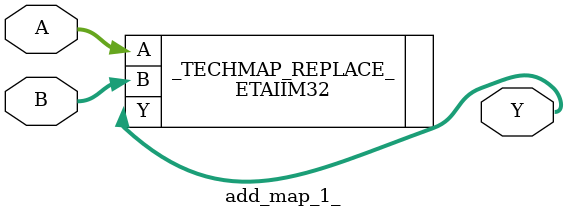
<source format=v>
(* techmap_celltype = "$add" *)
module add_map_1_ (A, B, Y);

parameter A_SIGNED = 0;
parameter B_SIGNED = 0;
parameter A_WIDTH = 0;
parameter B_WIDTH = 0;
parameter Y_WIDTH = 0;

input [A_WIDTH-1:0] A;
input [B_WIDTH-1:0] B;
output [Y_WIDTH-1:0] Y;

ETAIIM32 #(
    .A_SIGNED(A_SIGNED),
    .B_SIGNED(B_SIGNED),
    .A_WIDTH(A_WIDTH),
    .B_WIDTH(B_WIDTH),
    .Y_WIDTH(Y_WIDTH)
) _TECHMAP_REPLACE_ (
    .A(A), .B(B), .Y(Y)
);

endmodule

</source>
